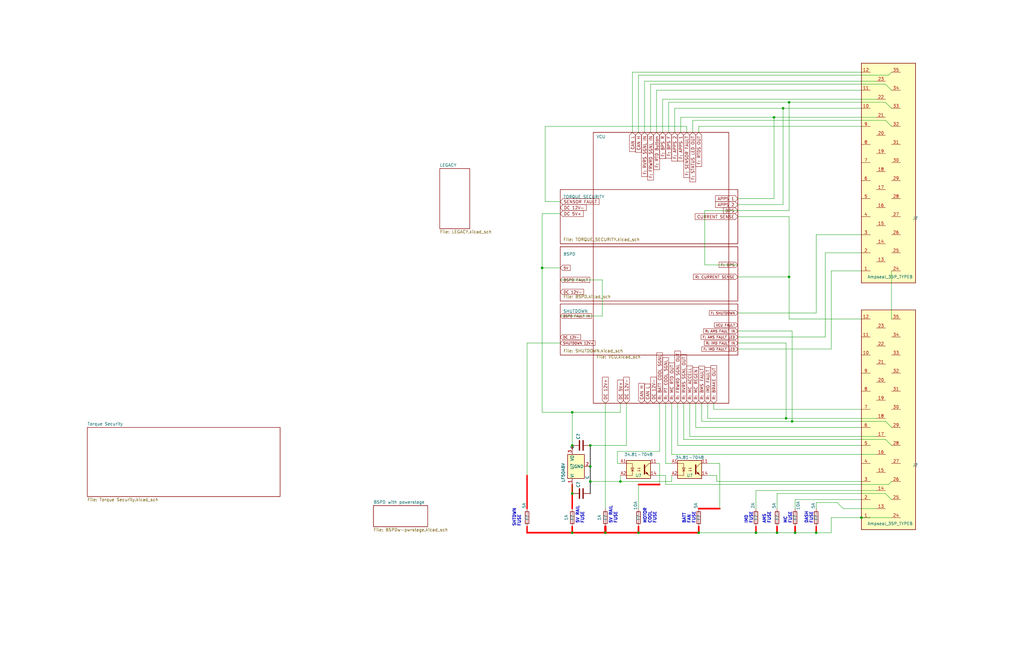
<source format=kicad_sch>
(kicad_sch (version 20211123) (generator eeschema)
  (paper "B")
  (lib_symbols
    (symbol "Ampseal_35P_TYPEB_1" (pin_names (offset 1.016) hide)
      (property "Reference" "J" (at -8.89 -41.91 0))
      (property "Value" "Ampseal_35P_TYPEB_1" (at 1.27 -43.18 0))
      (symbol "Ampseal_35P_TYPEB_1_1_1"
        (rectangle (start -10.16 48.26) (end 12.7 -44.45) (stroke (width 0.254)) (fill (type background)))
        (pin passive line (at -10.16 -39.37 0) (length 3.81) (name "Pin_1") (number "1"))
        (pin passive line (at -10.16 29.21 0) (length 3.81) (name "Pin_10") (number "10"))
        (pin passive line (at -10.16 36.83 0) (length 3.81) (name "Pin_11") (number "11"))
        (pin passive line (at -10.16 44.45 0) (length 3.81) (name "Pin_12") (number "12"))
        (pin passive line (at -3.81 -35.56 0) (length 3.81) (name "Pin_13") (number "13"))
        (pin passive line (at -3.81 -27.94 0) (length 3.81) (name "Pin_14") (number "14"))
        (pin passive line (at -3.81 -20.32 0) (length 3.81) (name "Pin_15") (number "15"))
        (pin passive line (at -3.81 -12.7 0) (length 3.81) (name "Pin_16") (number "16"))
        (pin passive line (at -3.81 -5.08 0) (length 3.81) (name "Pin_17") (number "17"))
        (pin passive line (at -3.81 2.54 0) (length 3.81) (name "Pin_18") (number "18"))
        (pin passive line (at -3.81 10.16 0) (length 3.81) (name "Pin_19") (number "19"))
        (pin passive line (at -10.16 -31.75 0) (length 3.81) (name "Pin_2") (number "2"))
        (pin passive line (at -3.81 17.78 0) (length 3.81) (name "Pin_20") (number "20"))
        (pin passive line (at -3.81 25.4 0) (length 3.81) (name "Pin_21") (number "21"))
        (pin passive line (at -3.81 33.02 0) (length 3.81) (name "Pin_22") (number "22"))
        (pin passive line (at -3.81 40.64 0) (length 3.81) (name "Pin_23") (number "23"))
        (pin passive line (at 2.54 -39.37 0) (length 3.81) (name "Pin_24") (number "24"))
        (pin passive line (at 2.54 -31.75 0) (length 3.81) (name "Pin_25") (number "25"))
        (pin passive line (at 2.54 -24.13 0) (length 3.81) (name "Pin_26") (number "26"))
        (pin passive line (at 2.54 -16.51 0) (length 3.81) (name "Pin_27") (number "27"))
        (pin passive line (at 2.54 -8.89 0) (length 3.81) (name "Pin_28") (number "28"))
        (pin passive line (at 2.54 -1.27 0) (length 3.81) (name "Pin_29") (number "29"))
        (pin passive line (at -10.16 -24.13 0) (length 3.81) (name "Pin_3") (number "3"))
        (pin passive line (at 2.54 6.35 0) (length 3.81) (name "Pin_30") (number "30"))
        (pin passive line (at 2.54 13.97 0) (length 3.81) (name "Pin_31") (number "31"))
        (pin passive line (at 2.54 21.59 0) (length 3.81) (name "Pin_32") (number "32"))
        (pin passive line (at 2.54 29.21 0) (length 3.81) (name "Pin_33") (number "33"))
        (pin passive line (at 2.54 36.83 0) (length 3.81) (name "Pin_34") (number "34"))
        (pin passive line (at 2.54 44.45 0) (length 3.81) (name "Pin_35") (number "35"))
        (pin passive line (at -10.16 -16.51 0) (length 3.81) (name "Pin_4") (number "4"))
        (pin passive line (at -10.16 -8.89 0) (length 3.81) (name "Pin_5") (number "5"))
        (pin passive line (at -10.16 -1.27 0) (length 3.81) (name "Pin_6") (number "6"))
        (pin passive line (at -10.16 6.35 0) (length 3.81) (name "Pin_7") (number "7"))
        (pin passive line (at -10.16 13.97 0) (length 3.81) (name "Pin_8") (number "8"))
        (pin passive line (at -10.16 21.59 0) (length 3.81) (name "Pin_9") (number "9"))
      )
    )
    (symbol "Device:C" (pin_numbers hide) (pin_names (offset 0.254))
      (property "Reference" "C" (at 0.635 2.54 0))
      (property "Value" "C" (at 0.635 -2.54 0))
      (symbol "C_0_1"
        (polyline (pts (xy -2.032 -0.762) (xy 2.032 -0.762)) (stroke (width 0.508)))
        (polyline (pts (xy -2.032 0.762) (xy 2.032 0.762)) (stroke (width 0.508)))
      )
      (symbol "C_1_1"
        (pin passive line (at 0 3.81 270) (length 2.794) (name "~") (number "1"))
        (pin passive line (at 0 -3.81 90) (length 2.794) (name "~") (number "2"))
      )
    )
    (symbol "Device:Fuse" (pin_numbers hide) (pin_names (offset 0))
      (property "Reference" "F" (at 2.032 0 90))
      (property "Value" "Fuse" (at -1.905 0 90))
      (symbol "Fuse_0_1"
        (rectangle (start -0.762 -2.54) (end 0.762 2.54) (stroke (width 0.254)))
        (polyline (pts (xy 0 2.54) (xy 0 -2.54)))
      )
      (symbol "Fuse_1_1"
        (pin passive line (at 0 3.81 270) (length 1.27) (name "~") (number "1"))
        (pin passive line (at 0 -3.81 90) (length 1.27) (name "~") (number "2"))
      )
    )
    (symbol "FSAE DMS-23 Components:Ampseal_35P_TYPEB" (pin_names (offset 1.016) hide)
      (property "Reference" "J" (at -8.89 -41.91 0))
      (property "Value" "Ampseal_35P_TYPEB" (at 1.27 -43.18 0))
      (symbol "Ampseal_35P_TYPEB_1_1"
        (rectangle (start -10.16 48.26) (end 12.7 -44.45) (stroke (width 0.254)) (fill (type background)))
        (pin passive line (at -10.16 -39.37 0) (length 3.81) (name "Pin_1") (number "1"))
        (pin passive line (at -10.16 29.21 0) (length 3.81) (name "Pin_10") (number "10"))
        (pin passive line (at -10.16 36.83 0) (length 3.81) (name "Pin_11") (number "11"))
        (pin passive line (at -10.16 44.45 0) (length 3.81) (name "Pin_12") (number "12"))
        (pin passive line (at -3.81 -35.56 0) (length 3.81) (name "Pin_13") (number "13"))
        (pin passive line (at -3.81 -27.94 0) (length 3.81) (name "Pin_14") (number "14"))
        (pin passive line (at -3.81 -20.32 0) (length 3.81) (name "Pin_15") (number "15"))
        (pin passive line (at -3.81 -12.7 0) (length 3.81) (name "Pin_16") (number "16"))
        (pin passive line (at -3.81 -5.08 0) (length 3.81) (name "Pin_17") (number "17"))
        (pin passive line (at -3.81 2.54 0) (length 3.81) (name "Pin_18") (number "18"))
        (pin passive line (at -3.81 10.16 0) (length 3.81) (name "Pin_19") (number "19"))
        (pin passive line (at -10.16 -31.75 0) (length 3.81) (name "Pin_2") (number "2"))
        (pin passive line (at -3.81 17.78 0) (length 3.81) (name "Pin_20") (number "20"))
        (pin passive line (at -3.81 25.4 0) (length 3.81) (name "Pin_21") (number "21"))
        (pin passive line (at -3.81 33.02 0) (length 3.81) (name "Pin_22") (number "22"))
        (pin passive line (at -3.81 40.64 0) (length 3.81) (name "Pin_23") (number "23"))
        (pin passive line (at 2.54 -39.37 0) (length 3.81) (name "Pin_24") (number "24"))
        (pin passive line (at 2.54 -31.75 0) (length 3.81) (name "Pin_25") (number "25"))
        (pin passive line (at 2.54 -24.13 0) (length 3.81) (name "Pin_26") (number "26"))
        (pin passive line (at 2.54 -16.51 0) (length 3.81) (name "Pin_27") (number "27"))
        (pin passive line (at 2.54 -8.89 0) (length 3.81) (name "Pin_28") (number "28"))
        (pin passive line (at 2.54 -1.27 0) (length 3.81) (name "Pin_29") (number "29"))
        (pin passive line (at -10.16 -24.13 0) (length 3.81) (name "Pin_3") (number "3"))
        (pin passive line (at 2.54 6.35 0) (length 3.81) (name "Pin_30") (number "30"))
        (pin passive line (at 2.54 13.97 0) (length 3.81) (name "Pin_31") (number "31"))
        (pin passive line (at 2.54 21.59 0) (length 3.81) (name "Pin_32") (number "32"))
        (pin passive line (at 2.54 29.21 0) (length 3.81) (name "Pin_33") (number "33"))
        (pin passive line (at 2.54 36.83 0) (length 3.81) (name "Pin_34") (number "34"))
        (pin passive line (at 2.54 44.45 0) (length 3.81) (name "Pin_35") (number "35"))
        (pin passive line (at -10.16 -16.51 0) (length 3.81) (name "Pin_4") (number "4"))
        (pin passive line (at -10.16 -8.89 0) (length 3.81) (name "Pin_5") (number "5"))
        (pin passive line (at -10.16 -1.27 0) (length 3.81) (name "Pin_6") (number "6"))
        (pin passive line (at -10.16 6.35 0) (length 3.81) (name "Pin_7") (number "7"))
        (pin passive line (at -10.16 13.97 0) (length 3.81) (name "Pin_8") (number "8"))
        (pin passive line (at -10.16 21.59 0) (length 3.81) (name "Pin_9") (number "9"))
      )
    )
    (symbol "Regulator_Linear:LM7805_TO220" (pin_names (offset 0.254))
      (property "Reference" "U" (at -3.81 3.175 0))
      (property "Value" "LM7805_TO220" (at 0 3.175 0))
      (symbol "LM7805_TO220_0_1"
        (rectangle (start -5.08 1.905) (end 5.08 -5.08) (stroke (width 0.254)) (fill (type background)))
      )
      (symbol "LM7805_TO220_1_1"
        (pin power_in line (at -7.62 0 0) (length 2.54) (name "VI") (number "1"))
        (pin power_in line (at 0 -7.62 90) (length 2.54) (name "GND") (number "2"))
        (pin power_out line (at 7.62 0 180) (length 2.54) (name "VO") (number "3"))
      )
    )
    (symbol "Relay_SolidState:34.81-7048"
      (property "Reference" "U" (at -5.08 5.08 0))
      (property "Value" "34.81-7048" (at 0 5.08 0))
      (symbol "34.81-7048_0_1"
        (rectangle (start -5.08 3.81) (end 5.08 -3.81) (stroke (width 0.254)) (fill (type background)))
        (polyline (pts (xy -3.175 -0.635) (xy -1.905 -0.635)))
        (polyline (pts (xy 2.54 1.905) (xy 2.54 -1.905) (xy 2.54 -1.905)) (stroke (width 0.508)))
        (polyline (pts (xy -5.08 2.54) (xy -2.54 2.54) (xy -2.54 -2.54) (xy -5.08 -2.54)))
        (polyline (pts (xy -2.54 -0.635) (xy -3.175 0.635) (xy -1.905 0.635) (xy -2.54 -0.635)))
        (polyline (pts (xy -0.508 -0.508) (xy 0.762 -0.508) (xy 0.381 -0.635) (xy 0.381 -0.381) (xy 0.762 -0.508)))
        (polyline (pts (xy -0.508 0.508) (xy 0.762 0.508) (xy 0.381 0.381) (xy 0.381 0.635) (xy 0.762 0.508)))
        (polyline (pts (xy 3.048 -1.651) (xy 3.556 -1.143) (xy 4.064 -2.159) (xy 3.048 -1.651) (xy 3.048 -1.651)) (fill (type outline)))
        (polyline (pts (xy 5.08 2.54) (xy 4.445 2.54) (xy 2.54 0.635) (xy 2.54 -0.635) (xy 4.445 -2.54) (xy 5.08 -2.54)))
      )
      (symbol "34.81-7048_1_1"
        (pin passive line (at 7.62 2.54 180) (length 2.54) (name "~") (number "11"))
        (pin passive line (at 7.62 -2.54 180) (length 2.54) (name "~") (number "14"))
        (pin passive line (at -7.62 2.54 0) (length 2.54) (name "~") (number "A1"))
        (pin passive line (at -7.62 -2.54 0) (length 2.54) (name "~") (number "A2"))
      )
    )
  )
  (junction (at 344.17 224.79))
  (junction (at 248.92 187.96))
  (junction (at 331.47 176.53))
  (junction (at 248.92 196.85))
  (junction (at 363.22 218.44))
  (junction (at 330.2 45.72))
  (junction (at 228.6 113.03))
  (junction (at 248.92 203.2))
  (junction (at 334.01 177.8))
  (junction (at 294.64 224.79))
  (junction (at 318.77 224.79))
  (junction (at 255.27 224.79))
  (junction (at 241.3 173.99))
  (junction (at 241.3 187.96))
  (junction (at 332.74 116.84))
  (junction (at 269.24 224.79))
  (junction (at 326.39 49.53))
  (junction (at 327.66 224.79))
  (junction (at 335.28 224.79))
  (junction (at 332.74 43.18))
  (junction (at 241.3 224.79))
  (junction (at 261.62 203.2))
  (junction (at 241.3 208.28))
  (wire (pts (xy 269.24 214.63) (xy 269.24 204.47)))
  (wire (pts (xy 228.6 113.03) (xy 236.22 113.03)))
  (wire (pts (xy 344.17 99.06) (xy 363.22 99.06)))
  (wire (pts (xy 335.28 210.82) (xy 335.28 214.63)))
  (wire (pts (xy 344.17 224.79) (xy 350.52 224.79)))
  (wire (pts (xy 327.66 214.63) (xy 327.66 208.28)))
  (wire (pts (xy 229.87 53.34) (xy 289.56 53.34)))
  (wire (pts (xy 222.25 200.66) (xy 222.25 144.78)))
  (wire (pts (xy 334.01 139.7) (xy 334.01 177.8)))
  (wire (pts (xy 363.22 210.82) (xy 335.28 210.82)))
  (wire (pts (xy 294.64 224.79) (xy 318.77 224.79)))
  (wire (pts (xy 326.39 49.53) (xy 369.57 49.53)))
  (wire (pts (xy 374.65 204.47) (xy 280.67 204.47)))
  (wire (pts (xy 274.32 55.88) (xy 274.32 35.56)))
  (wire (pts (xy 241.3 187.96) (xy 241.3 173.99)))
  (wire (pts (xy 373.38 43.18) (xy 375.92 45.72)))
  (wire (pts (xy 318.77 214.63) (xy 318.77 207.01)))
  (wire (pts (xy 311.15 86.36) (xy 330.2 86.36)))
  (wire (pts (xy 281.94 43.18) (xy 332.74 43.18)))
  (wire (pts (xy 347.98 106.68) (xy 347.98 142.24)))
  (wire (pts (xy 278.13 170.18) (xy 278.13 190.5)))
  (wire (pts (xy 332.74 43.18) (xy 373.38 43.18)))
  (wire (pts (xy 281.94 55.88) (xy 281.94 43.18)))
  (wire (pts (xy 350.52 224.79) (xy 350.52 218.44)))
  (wire (pts (xy 229.87 85.09) (xy 236.22 85.09)))
  (wire (pts (xy 255.27 222.25) (xy 255.27 224.79)) (stroke (width 1) (color 255 0 0 1)))
  (wire (pts (xy 264.16 187.96) (xy 248.92 187.96)))
  (wire (pts (xy 350.52 147.32) (xy 350.52 114.3)))
  (wire (pts (xy 293.37 180.34) (xy 363.22 180.34)))
  (wire (pts (xy 241.3 173.99) (xy 228.6 173.99)))
  (wire (pts (xy 283.21 203.2) (xy 261.62 203.2)))
  (wire (pts (xy 248.92 208.28) (xy 248.92 203.2)) (stroke (width 0.4) (color 72 72 72 1)))
  (wire (pts (xy 222.25 224.79) (xy 241.3 224.79)) (stroke (width 0.7) (color 255 0 0 1)))
  (wire (pts (xy 335.28 224.79) (xy 335.28 222.25)) (stroke (width 0.7) (color 255 0 0 1)))
  (wire (pts (xy 228.6 113.03) (xy 228.6 90.17)))
  (wire (pts (xy 248.92 203.2) (xy 248.92 196.85)) (stroke (width 0.4) (color 72 72 72 1)))
  (wire (pts (xy 288.29 170.18) (xy 288.29 185.42)))
  (wire (pts (xy 374.65 31.75) (xy 375.92 30.48)))
  (wire (pts (xy 347.98 106.68) (xy 363.22 106.68)))
  (wire (pts (xy 266.7 30.48) (xy 363.22 30.48)))
  (wire (pts (xy 266.7 55.88) (xy 266.7 30.48)))
  (wire (pts (xy 303.53 214.63) (xy 294.64 214.63)) (stroke (width 0.7) (color 255 0 0 1)))
  (wire (pts (xy 318.77 224.79) (xy 327.66 224.79)))
  (wire (pts (xy 241.3 173.99) (xy 261.62 173.99)))
  (wire (pts (xy 222.25 224.79) (xy 222.25 222.25)) (stroke (width 0.6) (color 255 0 0 1)))
  (wire (pts (xy 280.67 200.66) (xy 280.67 204.47)))
  (wire (pts (xy 300.99 170.18) (xy 300.99 172.72)))
  (wire (pts (xy 373.38 185.42) (xy 375.92 187.96)))
  (wire (pts (xy 289.56 55.88) (xy 289.56 53.34)))
  (wire (pts (xy 375.92 114.3) (xy 375.92 134.62)))
  (wire (pts (xy 332.74 88.9) (xy 332.74 43.18)))
  (wire (pts (xy 332.74 134.62) (xy 332.74 116.84)))
  (wire (pts (xy 332.74 91.44) (xy 332.74 116.84)))
  (wire (pts (xy 241.3 204.47) (xy 241.3 208.28)) (stroke (width 0.6) (color 255 0 0 1)))
  (wire (pts (xy 229.87 53.34) (xy 229.87 85.09)))
  (wire (pts (xy 241.3 224.79) (xy 255.27 224.79)) (stroke (width 0.7) (color 255 0 0 1)))
  (wire (pts (xy 298.45 200.66) (xy 302.26 200.66)))
  (wire (pts (xy 222.25 214.63) (xy 222.25 200.66)) (stroke (width 0.6) (color 255 0 0 1)))
  (wire (pts (xy 330.2 86.36) (xy 330.2 45.72)))
  (wire (pts (xy 331.47 176.53) (xy 369.57 176.53)))
  (wire (pts (xy 255.27 170.18) (xy 255.27 214.63)))
  (wire (pts (xy 264.16 170.18) (xy 264.16 187.96)))
  (wire (pts (xy 331.47 176.53) (xy 331.47 144.78)))
  (wire (pts (xy 271.78 55.88) (xy 271.78 34.29)))
  (wire (pts (xy 298.45 170.18) (xy 298.45 176.53)))
  (wire (pts (xy 369.57 184.15) (xy 290.83 184.15)))
  (wire (pts (xy 269.24 55.88) (xy 269.24 31.75)))
  (wire (pts (xy 335.28 224.79) (xy 344.17 224.79)))
  (wire (pts (xy 344.17 224.79) (xy 344.17 222.25)) (stroke (width 0.6) (color 255 0 0 1)))
  (wire (pts (xy 241.3 187.96) (xy 241.3 189.23)) (stroke (width 0.6) (color 255 0 0 1)))
  (wire (pts (xy 318.77 224.79) (xy 318.77 222.25)) (stroke (width 0.6) (color 255 0 0 1)))
  (wire (pts (xy 334.01 177.8) (xy 373.38 177.8)))
  (wire (pts (xy 311.15 147.32) (xy 350.52 147.32)))
  (wire (pts (xy 280.67 170.18) (xy 280.67 195.58)))
  (wire (pts (xy 294.64 55.88) (xy 294.64 53.34)))
  (wire (pts (xy 278.13 204.47) (xy 278.13 195.58)))
  (wire (pts (xy 290.83 184.15) (xy 290.83 170.18)))
  (wire (pts (xy 241.3 208.28) (xy 241.3 204.47)))
  (wire (pts (xy 254 118.11) (xy 254 133.35)))
  (wire (pts (xy 236.22 118.11) (xy 254 118.11)))
  (wire (pts (xy 327.66 224.79) (xy 335.28 224.79)))
  (wire (pts (xy 311.15 111.76) (xy 297.18 111.76)))
  (wire (pts (xy 294.64 53.34) (xy 363.22 53.34)))
  (wire (pts (xy 303.53 195.58) (xy 298.45 195.58)))
  (wire (pts (xy 260.35 195.58) (xy 261.62 195.58)))
  (wire (pts (xy 330.2 45.72) (xy 363.22 45.72)))
  (wire (pts (xy 279.4 55.88) (xy 279.4 41.91)))
  (wire (pts (xy 261.62 173.99) (xy 261.62 170.18)))
  (wire (pts (xy 327.66 208.28) (xy 373.38 208.28)))
  (wire (pts (xy 302.26 203.2) (xy 363.22 203.2)))
  (wire (pts (xy 248.92 196.85) (xy 248.92 187.96)) (stroke (width 0.4) (color 72 72 72 1)))
  (wire (pts (xy 287.02 49.53) (xy 326.39 49.53)))
  (wire (pts (xy 327.66 224.79) (xy 327.66 222.25)) (stroke (width 0.7) (color 255 0 0 1)))
  (wire (pts (xy 373.38 177.8) (xy 375.92 180.34)))
  (wire (pts (xy 373.38 50.8) (xy 375.92 53.34)))
  (wire (pts (xy 369.57 207.01) (xy 318.77 207.01)))
  (wire (pts (xy 375.92 210.82) (xy 373.38 208.28)))
  (wire (pts (xy 311.15 116.84) (xy 332.74 116.84)))
  (wire (pts (xy 295.91 170.18) (xy 295.91 177.8)))
  (wire (pts (xy 311.15 83.82) (xy 326.39 83.82)))
  (wire (pts (xy 373.38 35.56) (xy 375.92 38.1)))
  (wire (pts (xy 353.06 212.09) (xy 355.6 214.63)))
  (wire (pts (xy 287.02 55.88) (xy 287.02 49.53)))
  (wire (pts (xy 269.24 31.75) (xy 374.65 31.75)))
  (wire (pts (xy 350.52 114.3) (xy 363.22 114.3)))
  (wire (pts (xy 302.26 200.66) (xy 302.26 203.2)))
  (wire (pts (xy 285.75 187.96) (xy 363.22 187.96)))
  (wire (pts (xy 311.15 132.08) (xy 344.17 132.08)))
  (wire (pts (xy 300.99 172.72) (xy 363.22 172.72)))
  (wire (pts (xy 375.92 218.44) (xy 363.22 218.44)))
  (wire (pts (xy 248.92 196.85) (xy 248.92 187.96)))
  (wire (pts (xy 278.13 204.47) (xy 269.24 204.47)) (stroke (width 0.7) (color 255 0 0 1)))
  (wire (pts (xy 276.86 38.1) (xy 363.22 38.1)))
  (wire (pts (xy 284.48 45.72) (xy 330.2 45.72)))
  (wire (pts (xy 260.35 190.5) (xy 260.35 195.58)))
  (wire (pts (xy 297.18 88.9) (xy 332.74 88.9)))
  (wire (pts (xy 248.92 203.2) (xy 261.62 203.2)))
  (wire (pts (xy 344.17 212.09) (xy 353.06 212.09)))
  (wire (pts (xy 228.6 173.99) (xy 228.6 113.03)))
  (wire (pts (xy 274.32 35.56) (xy 373.38 35.56)))
  (wire (pts (xy 297.18 111.76) (xy 297.18 88.9)))
  (wire (pts (xy 344.17 214.63) (xy 344.17 212.09)))
  (wire (pts (xy 344.17 132.08) (xy 344.17 99.06)))
  (wire (pts (xy 269.24 224.79) (xy 269.24 222.25)) (stroke (width 0.7) (color 255 0 0 1)))
  (wire (pts (xy 280.67 195.58) (xy 283.21 195.58)))
  (wire (pts (xy 295.91 177.8) (xy 334.01 177.8)))
  (wire (pts (xy 276.86 55.88) (xy 276.86 38.1)))
  (wire (pts (xy 255.27 224.79) (xy 269.24 224.79)) (stroke (width 0.7) (color 255 0 0 1)))
  (wire (pts (xy 283.21 200.66) (xy 283.21 203.2)))
  (wire (pts (xy 278.13 190.5) (xy 260.35 190.5)))
  (wire (pts (xy 276.86 200.66) (xy 280.67 200.66)))
  (wire (pts (xy 363.22 134.62) (xy 332.74 134.62)))
  (wire (pts (xy 269.24 224.79) (xy 294.64 224.79)) (stroke (width 0.7) (color 255 0 0 1)))
  (wire (pts (xy 241.3 208.28) (xy 241.3 214.63)) (stroke (width 0.6) (color 255 0 0 1)))
  (wire (pts (xy 283.21 191.77) (xy 369.57 191.77)))
  (wire (pts (xy 326.39 83.82) (xy 326.39 49.53)))
  (wire (pts (xy 298.45 176.53) (xy 331.47 176.53)))
  (wire (pts (xy 222.25 144.78) (xy 236.22 144.78)))
  (wire (pts (xy 350.52 218.44) (xy 363.22 218.44)))
  (wire (pts (xy 241.3 222.25) (xy 241.3 224.79)) (stroke (width 0.7) (color 255 0 0 1)))
  (wire (pts (xy 283.21 170.18) (xy 283.21 191.77)))
  (wire (pts (xy 293.37 170.18) (xy 293.37 180.34)))
  (wire (pts (xy 254 133.35) (xy 236.22 133.35)))
  (wire (pts (xy 374.65 204.47) (xy 375.92 203.2)))
  (wire (pts (xy 303.53 214.63) (xy 303.53 195.58)))
  (wire (pts (xy 355.6 214.63) (xy 369.57 214.63)))
  (wire (pts (xy 284.48 55.88) (xy 284.48 45.72)))
  (wire (pts (xy 292.1 50.8) (xy 373.38 50.8)))
  (wire (pts (xy 288.29 185.42) (xy 373.38 185.42)))
  (wire (pts (xy 332.74 91.44) (xy 311.15 91.44)))
  (wire (pts (xy 311.15 142.24) (xy 347.98 142.24)))
  (wire (pts (xy 311.15 139.7) (xy 334.01 139.7)))
  (wire (pts (xy 285.75 170.18) (xy 285.75 187.96)))
  (wire (pts (xy 294.64 222.25) (xy 294.64 224.79)) (stroke (width 0.7) (color 255 0 0 1)))
  (wire (pts (xy 228.6 90.17) (xy 236.22 90.17)))
  (wire (pts (xy 292.1 55.88) (xy 292.1 50.8)))
  (wire (pts (xy 279.4 41.91) (xy 369.57 41.91)))
  (wire (pts (xy 331.47 144.78) (xy 311.15 144.78)))
  (wire (pts (xy 271.78 34.29) (xy 369.57 34.29)))
  (wire (pts (xy 241.3 189.23) (xy 241.3 187.96)))
  (wire (pts (xy 261.62 203.2) (xy 261.62 200.66)))
  (wire (pts (xy 278.13 195.58) (xy 276.86 195.58)))
  (text "IMD\nFUSE" (at 317.5 220.98 90) (effects (font (size 1.27 1.27) (thickness 0.254) bold) (justify left bottom)))
  (text "BATT\nFAN\nFUSE" (at 293.37 220.98 90) (effects (font (size 1.27 1.27) (thickness 0.254) bold) (justify left bottom)))
  (text "AMS\nFUSE" (at 325.12 220.98 90) (effects (font (size 1.27 1.27) (thickness 0.254) bold) (justify left bottom)))
  (text "SHTDWN\nFUSE" (at 219.71 222.25 90) (effects (font (size 1.27 1.27) (thickness 0.254) bold) (justify left bottom)))
  (text "MOTOR\nCOOL\nFUSE" (at 276.86 220.98 90) (effects (font (size 1.27 1.27) (thickness 0.254) bold) (justify left bottom)))
  (text "5V RAIL\nFUSE" (at 260.35 220.98 90) (effects (font (size 1.27 1.27) (thickness 0.254) bold) (justify left bottom)))
  (text "MC\nFUSE" (at 334.01 220.98 90) (effects (font (size 1.27 1.27) (thickness 0.254) bold) (justify left bottom)))
  (text "5V RAIL\nFUSE" (at 246.38 220.98 90) (effects (font (size 1.27 1.27) (thickness 0.254) bold) (justify left bottom)))
  (text "DASH\nFUSE" (at 342.9 220.98 90) (effects (font (size 1.27 1.27) (thickness 0.254) bold) (justify left bottom)))
  (global_label "F: RVRS SGNL IN" (shape input) (at 271.78 55.88 270) (property "Intersheet References" "${INTERSHEET_REFS}" (effects hide)))
  (global_label "F: AMS FAULT LED" (shape input) (at 311.15 142.24 180) (effects (font (size 1 1))) (property "Intersheet References" "${INTERSHEET_REFS}" (effects hide)))
  (global_label "VCU FAULT" (shape input) (at 311.15 137.16 180) (effects (font (size 1 1))) (property "Intersheet References" "${INTERSHEET_REFS}" (effects hide)))
  (global_label "R: PT COOL SGNL" (shape input) (at 280.67 170.18 90) (property "Intersheet References" "${INTERSHEET_REFS}" (effects hide)))
  (global_label "DC 12V-" (shape input) (at 236.22 123.19 0) (effects (font (size 1.143 1.143))) (property "Intersheet References" "${INTERSHEET_REFS}" (effects hide)))
  (global_label "F: RTDS OUT" (shape input) (at 294.64 55.88 270) (property "Intersheet References" "${INTERSHEET_REFS}" (effects hide)))
  (global_label "F: BPS" (shape input) (at 311.15 111.76 180) (effects (font (size 1.143 1.143))) (property "Intersheet References" "${INTERSHEET_REFS}" (effects hide)))
  (global_label "DC 12V-" (shape input) (at 264.16 170.18 90) (property "Intersheet References" "${INTERSHEET_REFS}" (effects hide)))
  (global_label "R: MC REGEN" (shape input) (at 293.37 170.18 90) (property "Intersheet References" "${INTERSHEET_REFS}" (effects hide)))
  (global_label "F: APPS 1" (shape input) (at 287.02 55.88 270) (property "Intersheet References" "${INTERSHEET_REFS}" (effects hide)))
  (global_label "F: BPS R" (shape input) (at 279.4 55.88 270) (property "Intersheet References" "${INTERSHEET_REFS}" (effects hide)))
  (global_label "DC 5V+" (shape input) (at 261.62 170.18 90) (property "Intersheet References" "${INTERSHEET_REFS}" (effects hide)))
  (global_label "CAN H" (shape input) (at 270.51 170.18 90) (property "Intersheet References" "${INTERSHEET_REFS}" (effects hide)))
  (global_label "R: CURRENT SENSE" (shape input) (at 311.15 116.84 180) (effects (font (size 1.143 1.143))) (property "Intersheet References" "${INTERSHEET_REFS}" (effects hide)))
  (global_label "R: BATT COOL SGNL" (shape input) (at 278.13 170.18 90) (property "Intersheet References" "${INTERSHEET_REFS}" (effects hide)))
  (global_label "F: APPS 2" (shape input) (at 284.48 55.88 270) (property "Intersheet References" "${INTERSHEET_REFS}" (effects hide)))
  (global_label "SENSOR FAULT" (shape input) (at 236.22 85.09 0) (property "Intersheet References" "${INTERSHEET_REFS}" (effects hide)))
  (global_label "DC 12V+" (shape input) (at 255.27 170.18 90) (property "Intersheet References" "${INTERSHEET_REFS}" (effects hide)))
  (global_label "F: IMD FAULT LED" (shape input) (at 311.15 147.32 180) (effects (font (size 1 1))) (property "Intersheet References" "${INTERSHEET_REFS}" (effects hide)))
  (global_label "F: RTD Button" (shape input) (at 276.86 55.88 270) (property "Intersheet References" "${INTERSHEET_REFS}" (effects hide)))
  (global_label "F: SENSOR FAULT" (shape input) (at 289.56 55.88 270) (property "Intersheet References" "${INTERSHEET_REFS}" (effects hide)))
  (global_label "BSPD FAULT" (shape input) (at 236.22 118.11 0) (effects (font (size 1.143 1.143))) (property "Intersheet References" "${INTERSHEET_REFS}" (effects hide)))
  (global_label "R: IMD FAULT" (shape input) (at 298.45 170.18 90) (property "Intersheet References" "${INTERSHEET_REFS}" (effects hide)))
  (global_label "APPS 2" (shape input) (at 311.15 86.36 180) (property "Intersheet References" "${INTERSHEET_REFS}" (effects hide)))
  (global_label "5V" (shape input) (at 236.22 113.03 0) (effects (font (size 1.143 1.143))) (property "Intersheet References" "${INTERSHEET_REFS}" (effects hide)))
  (global_label "R: IMD FAULT IN" (shape input) (at 311.15 144.78 180) (effects (font (size 1 1))) (property "Intersheet References" "${INTERSHEET_REFS}" (effects hide)))
  (global_label "F: STATUS LED OUT" (shape input) (at 292.1 55.88 270) (property "Intersheet References" "${INTERSHEET_REFS}" (effects hide)))
  (global_label "R: BRAKE OUT" (shape input) (at 300.99 170.18 90) (property "Intersheet References" "${INTERSHEET_REFS}" (effects hide)))
  (global_label "DC 12V-" (shape input) (at 236.22 142.24 0) (effects (font (size 1 1))) (property "Intersheet References" "${INTERSHEET_REFS}" (effects hide)))
  (global_label "DC 12V-" (shape input) (at 236.22 87.63 0) (property "Intersheet References" "${INTERSHEET_REFS}" (effects hide)))
  (global_label "F: BPS F" (shape input) (at 281.94 55.88 270) (property "Intersheet References" "${INTERSHEET_REFS}" (effects hide)))
  (global_label "BSPD FAULT IN" (shape input) (at 236.22 133.35 0) (effects (font (size 1 1))) (property "Intersheet References" "${INTERSHEET_REFS}" (effects hide)))
  (global_label "F: FRWRD SGNL IN" (shape input) (at 274.32 55.88 270) (property "Intersheet References" "${INTERSHEET_REFS}" (effects hide)))
  (global_label "SHUTDOWN 12V+" (shape input) (at 236.22 144.78 0) (effects (font (size 1 1))) (property "Intersheet References" "${INTERSHEET_REFS}" (effects hide)))
  (global_label "APPS 1" (shape input) (at 311.15 83.82 180) (property "Intersheet References" "${INTERSHEET_REFS}" (effects hide)))
  (global_label "R: AMS FAULT IN" (shape input) (at 311.15 139.7 180) (effects (font (size 1 1))) (property "Intersheet References" "${INTERSHEET_REFS}" (effects hide)))
  (global_label "CURRENT SENSE" (shape input) (at 311.15 91.44 180) (property "Intersheet References" "${INTERSHEET_REFS}" (effects hide)))
  (global_label "DC 5V+" (shape input) (at 236.22 90.17 0) (property "Intersheet References" "${INTERSHEET_REFS}" (effects hide)))
  (global_label "CAN H" (shape input) (at 269.24 55.88 270) (property "Intersheet References" "${INTERSHEET_REFS}" (effects hide)))
  (global_label "R: MC ACCELL" (shape input) (at 290.83 170.18 90) (property "Intersheet References" "${INTERSHEET_REFS}" (effects hide)))
  (global_label "CAN L" (shape input) (at 273.05 170.18 90) (property "Intersheet References" "${INTERSHEET_REFS}" (effects hide)))
  (global_label "R: RVRS SGNL OUT" (shape input) (at 288.29 170.18 90) (property "Intersheet References" "${INTERSHEET_REFS}" (effects hide)))
  (global_label "DC 12V-" (shape input) (at 275.59 170.18 90) (property "Intersheet References" "${INTERSHEET_REFS}" (effects hide)))
  (global_label "R: FRWRD SGNL OUT" (shape input) (at 285.75 170.18 90) (property "Intersheet References" "${INTERSHEET_REFS}" (effects hide)))
  (global_label "R: MC RTD OUT" (shape input) (at 283.21 170.18 90) (property "Intersheet References" "${INTERSHEET_REFS}" (effects hide)))
  (global_label "BPS" (shape input) (at 311.15 88.9 180) (property "Intersheet References" "${INTERSHEET_REFS}" (effects hide)))
  (global_label "R: BMS FAULT" (shape input) (at 295.91 170.18 90) (property "Intersheet References" "${INTERSHEET_REFS}" (effects hide)))
  (global_label "F: SHUTDOWN" (shape input) (at 311.15 132.08 180) (effects (font (size 1 1))) (property "Intersheet References" "${INTERSHEET_REFS}" (effects hide)))
  (global_label "CAN L" (shape input) (at 266.7 55.88 270) (property "Intersheet References" "${INTERSHEET_REFS}" (effects hide)))
  (symbol (lib_id "Device:Fuse") (at 318.77 218.44 0) (unit 1)
    (property "Reference" "F?" (at 318.77 218.44 90))
    (property "Value" "2A" (at 317.5 213.36 90))
    (property "Footprint" "FSAE_downloads:Fuse holder 17867640001" (effects hide))
  )
  (symbol (lib_name "Ampseal_35P_TYPEB_1") (lib_id "FSAE DMS-23 Components:Ampseal_35P_TYPEB") (at 373.38 179.07 0) (unit 1)
    (property "Reference" "J?" (at 384.81 196.2149 0) (effects (justify left)))
    (property "Value" "Ampseal_35P_TYPEB" (at 365.76 220.98 0) (effects (font (size 1.25 1.25)) (justify left)))
  )
  (symbol (lib_id "Device:Fuse") (at 294.64 218.44 0) (unit 1)
    (property "Reference" "F?" (at 294.64 218.44 90))
    (property "Value" "5A" (at 293.37 213.36 90))
    (property "Footprint" "FSAE_downloads:Fuse holder 17867640001" (effects hide))
  )
  (symbol (lib_id "Device:C") (at 245.11 208.28 90) (mirror x) (unit 1)
    (property "Reference" "C?" (at 243.84 203.2 0) (effects (justify left)))
    (property "Value" "C" (at 247.65 200.66 0) (effects (justify left)))
    (property "Footprint" "Capacitor_THT:C_Rect_L7.0mm_W3.5mm_P5.00mm" (effects hide))
  )
  (symbol (lib_id "Device:Fuse") (at 327.66 218.44 0) (unit 1)
    (property "Reference" "F?" (at 327.66 218.44 90))
    (property "Value" "5A" (at 326.39 213.36 90))
    (property "Footprint" "FSAE_downloads:Fuse holder 17867640001" (effects hide))
  )
  (symbol (lib_id "Device:Fuse") (at 255.27 218.44 0) (unit 1)
    (property "Reference" "F?" (at 255.27 218.44 90))
    (property "Value" "1A" (at 252.73 218.44 90))
    (property "Footprint" "FSAE_downloads:Fuse holder 17867640001" (effects hide))
  )
  (symbol (lib_id "Device:C") (at 245.11 187.96 90) (mirror x) (unit 1)
    (property "Reference" "C?" (at 243.84 182.88 0) (effects (justify left)))
    (property "Value" "C" (at 241.3 187.96 0) (effects (justify left)))
    (property "Footprint" "Capacitor_THT:C_Rect_L7.0mm_W3.5mm_P5.00mm" (effects hide))
  )
  (symbol (lib_id "Relay_SolidState:34.81-7048") (at 269.24 198.12 0) (unit 1)
    (property "Reference" "U?" (at 269.24 200.66 0))
    (property "Value" "34.81-7048" (at 269.24 191.77 0))
    (property "Footprint" "OptoDevice:Finder_34.81" (effects hide))
    (property "Datasheet" "http://www.us.liteon.com/downloads/LTV-817-827-847.PDF" (effects hide))
  )
  (symbol (lib_id "Device:Fuse") (at 241.3 218.44 0) (unit 1)
    (property "Reference" "F?" (at 241.3 218.44 90))
    (property "Value" "1A" (at 238.76 218.44 90))
    (property "Footprint" "FSAE_downloads:Fuse holder 17867640001" (effects hide))
  )
  (symbol (lib_id "Device:Fuse") (at 222.25 218.44 0) (unit 1)
    (property "Reference" "F?" (at 222.25 218.44 90))
    (property "Value" "5A" (at 220.98 213.36 90))
    (property "Footprint" "FSAE_downloads:Fuse holder 17867640001" (effects hide))
  )
  (symbol (lib_id "Relay_SolidState:34.81-7048") (at 290.83 198.12 0) (unit 1)
    (property "Reference" "U?" (at 290.83 200.66 0))
    (property "Value" "34.81-7048" (at 290.83 193.04 0))
    (property "Footprint" "OptoDevice:Finder_34.81" (effects hide))
    (property "Datasheet" "http://www.us.liteon.com/downloads/LTV-817-827-847.PDF" (effects hide))
  )
  (symbol (lib_id "Device:Fuse") (at 335.28 218.44 0) (unit 1)
    (property "Reference" "F?" (at 335.28 218.44 90))
    (property "Value" "10A" (at 336.55 213.36 90))
    (property "Footprint" "FSAE_downloads:Fuse holder 17867640001" (effects hide))
  )
  (symbol (lib_id "Device:Fuse") (at 344.17 218.44 0) (unit 1)
    (property "Reference" "F?" (at 344.17 218.44 90))
    (property "Value" "5A" (at 342.9 213.36 90))
    (property "Footprint" "FSAE_downloads:Fuse holder 17867640001" (effects hide))
  )
  (symbol (lib_id "Regulator_Linear:LM7805_TO220") (at 241.3 196.85 90) (unit 1)
    (property "Reference" "U?" (at 241.3 196.85 0))
    (property "Value" "LF50ABV" (at 237.49 199.39 0))
    (property "Footprint" "Package_TO_SOT_THT:TO-220-3_Vertical" (effects hide))
    (property "Datasheet" "https://www.onsemi.cn/PowerSolutions/document/MC7800-D.PDF" (effects hide))
  )
  (symbol (lib_id "FSAE DMS-23 Components:Ampseal_35P_TYPEB") (at 373.38 74.93 0) (unit 1)
    (property "Reference" "J?" (at 384.81 92.0749 0) (effects (justify left)))
    (property "Value" "Ampseal_35P_TYPEB" (at 365.76 116.84 0) (effects (font (size 1.25 1.25)) (justify left)))
  )
  (symbol (lib_id "Device:Fuse") (at 269.24 218.44 0) (unit 1)
    (property "Reference" "F?" (at 269.24 218.44 90))
    (property "Value" "10A" (at 267.97 213.36 90))
    (property "Footprint" "FSAE_downloads:Fuse holder 17867640001" (effects hide))
  )
  (sheet (at 157.48 213.36) (size 22.86 8.89) (stroke (width 0.1524))
    (property "Sheet name" "BSPD with powerstage" (at 157.48 212.6484 0) (effects (justify left bottom)))
    (property "Sheet file" "BSPDw-pwrstage.kicad_sch" (at 157.48 222.8346 0) (effects (justify left top)))
  )
  (sheet (at 236.22 104.14) (size 74.93 22.86) (stroke (width 0.1524))
    (property "Sheet name" "BSPD" (at 237.49 107.95 0) (effects (justify left bottom)))
    (property "Sheet file" "BSPD.kicad_sch" (at 237.49 124.46 0) (effects (justify left top)))
  )
  (sheet (at 250.19 55.88) (size 57.15 114.3) (stroke (width 0.1524))
    (property "Sheet name" "VCU" (at 251.46 58.42 0) (effects (justify left bottom)))
    (property "Sheet file" "VCU.kicad_sch" (at 251.46 149.86 0) (effects (justify left top)))
  )
  (sheet (at 36.83 180.34) (size 81.28 29.21) (stroke (width 0.1524))
    (property "Sheet name" "Torque Security" (at 36.83 179.6284 0) (effects (justify left bottom)))
    (property "Sheet file" "Torque Security.kicad_sch" (at 36.83 210.1346 0) (effects (justify left top)))
  )
  (sheet (at 236.22 80.01) (size 74.93 22.86) (stroke (width 0.1524))
    (property "Sheet name" "TORQUE_SECURITY" (at 237.49 83.82 0) (effects (justify left bottom)))
    (property "Sheet file" "TORQUE_SECURITY.kicad_sch" (at 237.49 100.33 0) (effects (justify left top)))
  )
  (sheet (at 236.22 128.27) (size 74.93 21.59) (stroke (width 0.1524))
    (property "Sheet name" "SHUTDOWN" (at 237.49 132.08 0) (effects (justify left bottom)))
    (property "Sheet file" "SHUTDOWN.kicad_sch" (at 237.49 147.32 0) (effects (justify left top)))
  )
  (sheet (at 185.42 71.12) (size 12.7 25.4) (stroke (width 0.1524))
    (property "Sheet name" "LEGACY" (at 185.42 70.4084 0) (effects (justify left bottom)))
    (property "Sheet file" "LEGACY.kicad_sch" (at 185.42 97.1046 0) (effects (justify left top)))
  )
)
</source>
